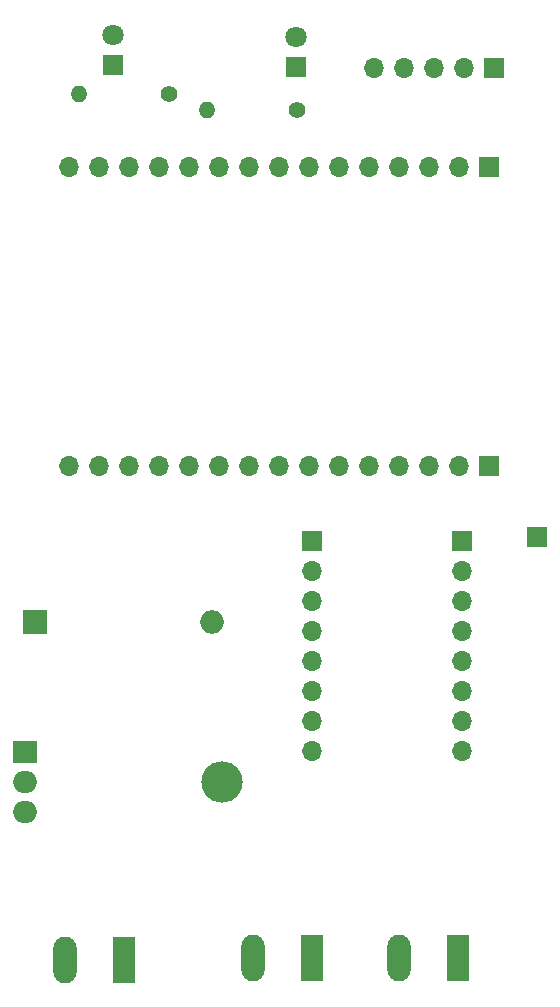
<source format=gbr>
%TF.GenerationSoftware,KiCad,Pcbnew,7.0.5*%
%TF.CreationDate,2023-06-26T04:39:28-05:00*%
%TF.ProjectId,ProyectoAPMKicadAutoroute,50726f79-6563-4746-9f41-504d4b696361,rev?*%
%TF.SameCoordinates,Original*%
%TF.FileFunction,Soldermask,Top*%
%TF.FilePolarity,Negative*%
%FSLAX46Y46*%
G04 Gerber Fmt 4.6, Leading zero omitted, Abs format (unit mm)*
G04 Created by KiCad (PCBNEW 7.0.5) date 2023-06-26 04:39:28*
%MOMM*%
%LPD*%
G01*
G04 APERTURE LIST*
%ADD10R,1.700000X1.700000*%
%ADD11O,1.700000X1.700000*%
%ADD12R,1.980000X3.960000*%
%ADD13O,1.980000X3.960000*%
%ADD14R,2.000000X2.000000*%
%ADD15O,2.000000X2.000000*%
%ADD16O,1.400000X1.400000*%
%ADD17C,1.400000*%
%ADD18R,1.800000X1.800000*%
%ADD19C,1.800000*%
%ADD20O,3.500000X3.500000*%
%ADD21R,2.000000X1.905000*%
%ADD22O,2.000000X1.905000*%
G04 APERTURE END LIST*
D10*
%TO.C,J9*%
X133300000Y-116800000D03*
%TD*%
%TO.C,J8*%
X129660000Y-77088800D03*
D11*
X127120000Y-77088800D03*
X124580000Y-77088800D03*
X122040000Y-77088800D03*
X119500000Y-77088800D03*
%TD*%
D12*
%TO.C,J7*%
X98348800Y-152552400D03*
D13*
X93348800Y-152552400D03*
%TD*%
D14*
%TO.C,C1*%
X90830400Y-124002800D03*
D15*
X105830400Y-124002800D03*
%TD*%
D16*
%TO.C,R2*%
X94590000Y-79300000D03*
D17*
X102210000Y-79300000D03*
%TD*%
D18*
%TO.C,De2*%
X97400000Y-76775000D03*
D19*
X97400000Y-74235000D03*
%TD*%
D10*
%TO.C,J4*%
X127000000Y-117125000D03*
D11*
X127000000Y-119665000D03*
X127000000Y-122205000D03*
X127000000Y-124745000D03*
X127000000Y-127285000D03*
X127000000Y-129825000D03*
X127000000Y-132365000D03*
X127000000Y-134905000D03*
%TD*%
D10*
%TO.C,J3*%
X114300000Y-117125000D03*
D11*
X114300000Y-119665000D03*
X114300000Y-122205000D03*
X114300000Y-124745000D03*
X114300000Y-127285000D03*
X114300000Y-129825000D03*
X114300000Y-132365000D03*
X114300000Y-134905000D03*
%TD*%
D19*
%TO.C,De1*%
X112900000Y-74435000D03*
D18*
X112900000Y-76975000D03*
%TD*%
D12*
%TO.C,J5*%
X114300000Y-152400000D03*
D13*
X109300000Y-152400000D03*
%TD*%
D10*
%TO.C,J1*%
X129260000Y-110800000D03*
D11*
X126720000Y-110800000D03*
X124180000Y-110800000D03*
X121640000Y-110800000D03*
X119100000Y-110800000D03*
X116560000Y-110800000D03*
X114020000Y-110800000D03*
X111480000Y-110800000D03*
X108940000Y-110800000D03*
X106400000Y-110800000D03*
X103860000Y-110800000D03*
X101320000Y-110800000D03*
X98780000Y-110800000D03*
X96240000Y-110800000D03*
X93700000Y-110800000D03*
%TD*%
D16*
%TO.C,R1*%
X105390000Y-80650000D03*
D17*
X113010000Y-80650000D03*
%TD*%
D20*
%TO.C,U1*%
X106660000Y-137540000D03*
D21*
X90000000Y-135000000D03*
D22*
X90000000Y-137540000D03*
X90000000Y-140080000D03*
%TD*%
D12*
%TO.C,J6*%
X126620000Y-152400000D03*
D13*
X121620000Y-152400000D03*
%TD*%
D10*
%TO.C,J2*%
X129260000Y-85420000D03*
D11*
X126720000Y-85420000D03*
X124180000Y-85420000D03*
X121640000Y-85420000D03*
X119100000Y-85420000D03*
X116560000Y-85420000D03*
X114020000Y-85420000D03*
X111480000Y-85420000D03*
X108940000Y-85420000D03*
X106400000Y-85420000D03*
X103860000Y-85420000D03*
X101320000Y-85420000D03*
X98780000Y-85420000D03*
X96240000Y-85420000D03*
X93700000Y-85420000D03*
%TD*%
M02*

</source>
